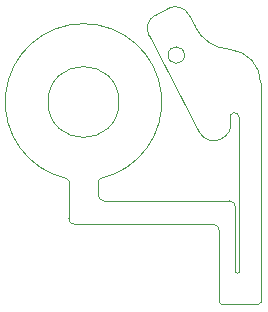
<source format=gbr>
%TF.GenerationSoftware,KiCad,Pcbnew,7.0.10*%
%TF.CreationDate,2024-08-10T06:33:11-07:00*%
%TF.ProjectId,carvera wireless charger circuit,63617276-6572-4612-9077-6972656c6573,rev?*%
%TF.SameCoordinates,Original*%
%TF.FileFunction,Profile,NP*%
%FSLAX46Y46*%
G04 Gerber Fmt 4.6, Leading zero omitted, Abs format (unit mm)*
G04 Created by KiCad (PCBNEW 7.0.10) date 2024-08-10 06:33:11*
%MOMM*%
%LPD*%
G01*
G04 APERTURE LIST*
%TA.AperFunction,Profile*%
%ADD10C,0.100000*%
%TD*%
%TA.AperFunction,Profile*%
%ADD11C,0.050000*%
%TD*%
G04 APERTURE END LIST*
D10*
X1407547Y-6479889D02*
G75*
G03*
X-1407546Y-6479889I-1407547J6479889D01*
G01*
X15007000Y-15128400D02*
X14997881Y-1286532D01*
X14997881Y1611600D02*
G75*
G03*
X12351163Y4454593I-2850272J-1D01*
G01*
X13158881Y-1286532D02*
G75*
G03*
X12407872Y-1404699I-384801J-1D01*
G01*
X9779044Y-2503922D02*
G75*
G03*
X12407870Y-1404699I1268182J660175D01*
G01*
X6089018Y7356622D02*
G75*
G03*
X5544682Y5630210I591037J-1135374D01*
G01*
X6089018Y7356622D02*
X7193033Y7931336D01*
X5544682Y5630210D02*
X9779043Y-2503922D01*
X8550725Y3968241D02*
G75*
G03*
X7155069Y3968241I-697828J0D01*
G01*
X7155069Y3968241D02*
G75*
G03*
X8550725Y3968241I697828J0D01*
G01*
X9440230Y6375748D02*
G75*
G03*
X12351163Y4454594I3165185J1629989D01*
G01*
X9419366Y6416263D02*
X9440230Y6375748D01*
X8922040Y7381989D02*
G75*
G03*
X7193033Y7931335I-1137968J-586026D01*
G01*
X14997881Y-1286532D02*
X14997881Y1611600D01*
X9419366Y6416263D02*
X8922041Y7381989D01*
X1407547Y-6479890D02*
G75*
G03*
X1250000Y-6675332I42454J-195443D01*
G01*
X-1250001Y-6675332D02*
G75*
G03*
X-1407546Y-6479891I-200000J-1D01*
G01*
X1250000Y-7868777D02*
G75*
G03*
X1750000Y-8368777I500001J1D01*
G01*
X-1250000Y-9868777D02*
G75*
G03*
X-750000Y-10368777I500001J1D01*
G01*
X12858881Y-8868777D02*
G75*
G03*
X12358881Y-8368777I-499998J2D01*
G01*
X11497881Y-10868777D02*
G75*
G03*
X10997881Y-10368777I-499998J2D01*
G01*
X13008881Y-14516875D02*
G75*
G03*
X13158881Y-14366877I3J149997D01*
G01*
X12858885Y-14366877D02*
G75*
G03*
X13008881Y-14516877I149999J-1D01*
G01*
X11497881Y-10868777D02*
X11507000Y-15128400D01*
X13158881Y-14366877D02*
X13158881Y-1286532D01*
X12858881Y-8868777D02*
X12858881Y-14366877D01*
X-750000Y-10368777D02*
X10997881Y-10368777D01*
X1750000Y-8368777D02*
X12358881Y-8368777D01*
X-1250000Y-6675332D02*
X-1250000Y-9868777D01*
X1250000Y-6675332D02*
X1250000Y-7868777D01*
X3000000Y0D02*
G75*
G03*
X-3000000Y0I-3000000J0D01*
G01*
X-3000000Y0D02*
G75*
G03*
X3000000Y0I3000000J0D01*
G01*
D11*
%TO.C,J1*%
X14807000Y-17128400D02*
G75*
G03*
X15007000Y-16928400I0J200000D01*
G01*
X11507000Y-16928400D02*
G75*
G03*
X11707000Y-17128400I200001J1D01*
G01*
X15007000Y-16928400D02*
X15007000Y-15128400D01*
X11707000Y-17128400D02*
X14807000Y-17128400D01*
X11507000Y-15128400D02*
X11507000Y-16928400D01*
%TD*%
M02*

</source>
